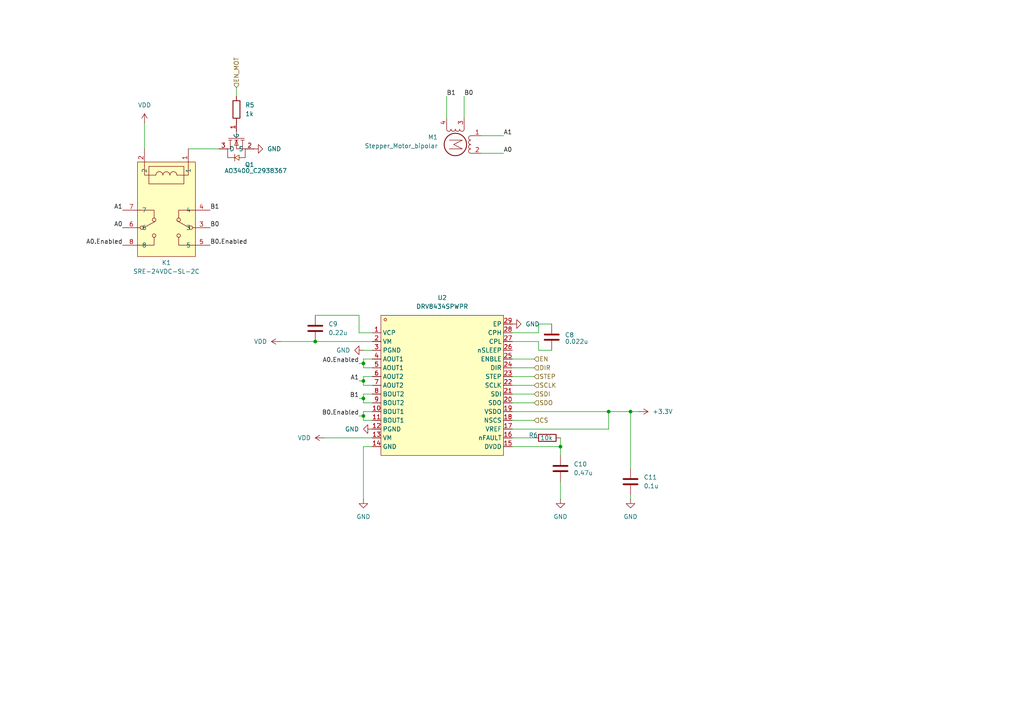
<source format=kicad_sch>
(kicad_sch (version 20231120) (generator "eeschema") (generator_version "8.0")
  (paper "A4")
  (lib_symbols
    (symbol "Device:C" (pin_numbers hide) (pin_names (offset 0.254))
      (property "Reference" "C" (at 0.635 2.54 0))
      (property "Value" "C" (at 0.635 -2.54 0))
      (symbol "C_0_1"
        (polyline (pts (xy -2.032 -0.762) (xy 2.032 -0.762)) (stroke (width 0.508)))
        (polyline (pts (xy -2.032 0.762) (xy 2.032 0.762)) (stroke (width 0.508)))
      )
      (symbol "C_1_1"
        (pin passive line (at 0 3.81 270) (length 2.794) (name "~") (number "1"))
        (pin passive line (at 0 -3.81 90) (length 2.794) (name "~") (number "2"))
      )
    )
    (symbol "Device:R" (pin_numbers hide) (pin_names (offset 0))
      (property "Reference" "R" (at 2.032 0 90))
      (property "Value" "R" (at 0 0 90))
      (symbol "R_0_1"
        (rectangle (start -1.016 -2.54) (end 1.016 2.54) (stroke (width 0.254)))
      )
      (symbol "R_1_1"
        (pin passive line (at 0 3.81 270) (length 1.27) (name "~") (number "1"))
        (pin passive line (at 0 -3.81 90) (length 1.27) (name "~") (number "2"))
      )
    )
    (symbol "Motor:Stepper_Motor_bipolar" (pin_names (offset 0) hide)
      (property "Reference" "M" (at 3.81 2.54 0))
      (property "Value" "Stepper_Motor_bipolar" (at 3.81 1.27 0))
      (symbol "Stepper_Motor_bipolar_0_0"
        (polyline (pts (xy -1.27 -1.778) (xy -1.27 2.032) (xy 0 -0.508) (xy 1.27 2.032) (xy 1.27 -1.778)))
      )
      (symbol "Stepper_Motor_bipolar_0_1"
        (arc (start -4.445 -2.54) (mid -3.8127 -1.905) (end -4.445 -1.27))
        (arc (start -4.445 -1.27) (mid -3.8127 -0.635) (end -4.445 0))
        (arc (start -4.445 0) (mid -3.8127 0.635) (end -4.445 1.27))
        (arc (start -4.445 1.27) (mid -3.8127 1.905) (end -4.445 2.54))
        (arc (start -2.54 4.445) (mid -1.905 3.8127) (end -1.27 4.445))
        (arc (start -1.27 4.445) (mid -0.635 3.8127) (end 0 4.445))
        (polyline (pts (xy -5.08 -2.54) (xy -4.445 -2.54)))
        (polyline (pts (xy -5.08 2.54) (xy -4.445 2.54)))
        (polyline (pts (xy -2.54 5.08) (xy -2.54 4.445)))
        (polyline (pts (xy 2.54 5.08) (xy 2.54 4.445)))
        (circle (center 0 0) (radius 3.2512) (stroke (width 0.254)))
        (arc (start 0 4.445) (mid 0.635 3.8127) (end 1.27 4.445))
        (arc (start 1.27 4.445) (mid 1.905 3.8127) (end 2.54 4.445))
      )
      (symbol "Stepper_Motor_bipolar_1_1"
        (pin passive line (at -2.54 7.62 270) (length 2.54) (name "~") (number "1"))
        (pin passive line (at 2.54 7.62 270) (length 2.54) (name "-") (number "2"))
        (pin passive line (at -7.62 2.54 0) (length 2.54) (name "~") (number "3"))
        (pin passive line (at -7.62 -2.54 0) (length 2.54) (name "~") (number "4"))
      )
    )
    (symbol "PARTS:AO3400_C2938367"
      (property "Reference" "Q" (at 0 10.16 0))
      (property "Value" "AO3400_C2938367" (at 0 -10.16 0))
      (symbol "AO3400_C2938367_0_1"
        (polyline (pts (xy -5.08 0) (xy -3.05 0)))
        (polyline (pts (xy -3.05 2.29) (xy -3.05 -2.29)))
        (polyline (pts (xy -2.54 -2.29) (xy -2.54 -1.27)))
        (polyline (pts (xy -2.54 -0.51) (xy -2.54 0.51)))
        (polyline (pts (xy -2.54 2.29) (xy -2.54 1.27)))
        (polyline (pts (xy 0 -1.78) (xy -2.54 -1.78)))
        (polyline (pts (xy -2.54 0) (xy -1.02 -0.51) (xy -1.02 0.51) (xy -2.54 0)) (fill (type background)))
        (polyline (pts (xy 2.54 0.51) (xy 1.78 -0.76) (xy 3.3 -0.76) (xy 2.54 0.51)) (fill (type background)))
        (polyline (pts (xy 3.56 0.51) (xy 3.05 0.51) (xy 2.03 0.51) (xy 1.52 0.51)))
        (polyline (pts (xy -2.54 0) (xy 0 0) (xy 0 -2.54) (xy 2.54 -2.54) (xy 2.54 -0.76)))
        (polyline (pts (xy -2.54 1.78) (xy 0 1.78) (xy 0 2.54) (xy 2.54 2.54) (xy 2.54 0.51)))
        (pin unspecified line (at -7.62 0 0) (length 2.54) (name "G") (number "1"))
        (pin unspecified line (at 0 -5.08 90) (length 2.54) (name "S") (number "2"))
        (pin unspecified line (at 0 5.08 270) (length 2.54) (name "D") (number "3"))
      )
    )
    (symbol "PARTS:DRV8434SPWPR"
      (property "Reference" "U" (at 0 22.86 0))
      (property "Value" "DRV8434SPWPR" (at 0 -22.86 0))
      (symbol "DRV8434SPWPR_0_1"
        (rectangle (start -17.78 20.32) (end 17.78 -20.32) (fill (type background)))
        (circle (center -16.51 19.05) (radius 0.38))
        (pin unspecified line (at -20.32 15.24 0) (length 2.54) (name "VCP") (number "1"))
        (pin unspecified line (at -20.32 -7.62 0) (length 2.54) (name "BOUT1") (number "10"))
        (pin unspecified line (at -20.32 -10.16 0) (length 2.54) (name "BOUT1") (number "11"))
        (pin unspecified line (at -20.32 -12.7 0) (length 2.54) (name "PGND") (number "12"))
        (pin unspecified line (at -20.32 -15.24 0) (length 2.54) (name "VM") (number "13"))
        (pin unspecified line (at -20.32 -17.78 0) (length 2.54) (name "GND") (number "14"))
        (pin unspecified line (at 20.32 -17.78 180) (length 2.54) (name "DVDD") (number "15"))
        (pin unspecified line (at 20.32 -15.24 180) (length 2.54) (name "nFAULT") (number "16"))
        (pin unspecified line (at 20.32 -12.7 180) (length 2.54) (name "VREF") (number "17"))
        (pin unspecified line (at 20.32 -10.16 180) (length 2.54) (name "NSCS") (number "18"))
        (pin unspecified line (at 20.32 -7.62 180) (length 2.54) (name "VSDO") (number "19"))
        (pin unspecified line (at -20.32 12.7 0) (length 2.54) (name "VM") (number "2"))
        (pin unspecified line (at 20.32 -5.08 180) (length 2.54) (name "SDO") (number "20"))
        (pin unspecified line (at 20.32 -2.54 180) (length 2.54) (name "SDI") (number "21"))
        (pin unspecified line (at 20.32 0 180) (length 2.54) (name "SCLK") (number "22"))
        (pin unspecified line (at 20.32 2.54 180) (length 2.54) (name "STEP") (number "23"))
        (pin unspecified line (at 20.32 5.08 180) (length 2.54) (name "DIR") (number "24"))
        (pin unspecified line (at 20.32 7.62 180) (length 2.54) (name "ENBLE") (number "25"))
        (pin unspecified line (at 20.32 10.16 180) (length 2.54) (name "nSLEEP") (number "26"))
        (pin unspecified line (at 20.32 12.7 180) (length 2.54) (name "CPL") (number "27"))
        (pin unspecified line (at 20.32 15.24 180) (length 2.54) (name "CPH") (number "28"))
        (pin unspecified line (at 20.32 17.78 180) (length 2.54) (name "EP") (number "29"))
        (pin unspecified line (at -20.32 10.16 0) (length 2.54) (name "PGND") (number "3"))
        (pin unspecified line (at -20.32 7.62 0) (length 2.54) (name "AOUT1") (number "4"))
        (pin unspecified line (at -20.32 5.08 0) (length 2.54) (name "AOUT1") (number "5"))
        (pin unspecified line (at -20.32 2.54 0) (length 2.54) (name "AOUT2") (number "6"))
        (pin unspecified line (at -20.32 0 0) (length 2.54) (name "AOUT2") (number "7"))
        (pin unspecified line (at -20.32 -2.54 0) (length 2.54) (name "BOUT2") (number "8"))
        (pin unspecified line (at -20.32 -5.08 0) (length 2.54) (name "BOUT2") (number "9"))
      )
    )
    (symbol "PARTS:SRE-24VDC-SL-2C"
      (property "Reference" "K" (at 0 17.78 0))
      (property "Value" "SRE-24VDC-SL-2C" (at 0 -17.78 0))
      (symbol "SRE-24VDC-SL-2C_0_1"
        (rectangle (start -11.43 8.38) (end 16 -8.38) (fill (type background)))
        (rectangle (start -10.16 5.08) (end -5.08 -5.08) (fill (type background)))
        (arc (start -7.62 -1.02) (mid -8.6257 -2.035) (end -7.62 -3.05))
        (arc (start -7.62 1.02) (mid -8.6021 0) (end -7.62 -1.02))
        (arc (start -7.62 3.05) (mid -8.6257 2.035) (end -7.62 1.02))
        (polyline (pts (xy 5.59 3.05) (xy 7.62 6.6)))
        (polyline (pts (xy 5.84 -3.3) (xy 7.62 -6.6)))
        (polyline (pts (xy -7.62 -3.05) (xy -7.62 -6.35) (xy -10.16 -6.35)))
        (polyline (pts (xy -7.62 3.05) (xy -7.62 6.35) (xy -10.16 6.35)))
        (polyline (pts (xy 4.83 -3.56) (xy 2.54 -3.56) (xy 2.54 -7.87)))
        (polyline (pts (xy 4.83 3.56) (xy 2.54 3.56) (xy 2.54 7.62)))
        (polyline (pts (xy 10.41 -3.56) (xy 12.7 -3.56) (xy 12.7 -8.13)))
        (polyline (pts (xy 10.41 3.56) (xy 12.7 3.56) (xy 12.7 7.62)))
        (circle (center 5.33 -3.56) (radius 0.51))
        (circle (center 5.33 3.56) (radius 0.51))
        (circle (center 7.62 -7.11) (radius 0.51))
        (circle (center 7.62 7.11) (radius 0.51))
        (circle (center 9.91 -3.56) (radius 0.51))
        (circle (center 9.91 3.56) (radius 0.51))
        (pin unspecified line (at -15.24 6.35 0) (length 5.08) (name "1") (number "1"))
        (pin unspecified line (at -15.24 -6.35 0) (length 5.08) (name "2") (number "2"))
        (pin unspecified line (at 7.62 12.7 270) (length 5.08) (name "3") (number "3"))
        (pin unspecified line (at 2.54 12.7 270) (length 5.08) (name "4") (number "4"))
        (pin unspecified line (at 12.7 12.7 270) (length 5.08) (name "5") (number "5"))
        (pin unspecified line (at 7.62 -12.7 90) (length 5.08) (name "6") (number "6"))
        (pin unspecified line (at 2.54 -12.7 90) (length 5.08) (name "7") (number "7"))
        (pin unspecified line (at 12.7 -12.7 90) (length 5.08) (name "8") (number "8"))
      )
    )
    (symbol "power:+3.3V" (power) (pin_numbers hide) (pin_names (offset 0) hide)
      (property "Value" "+3.3V" (at 0 3.556 0))
      (symbol "+3.3V_0_1"
        (polyline (pts (xy -0.762 1.27) (xy 0 2.54)))
        (polyline (pts (xy 0 0) (xy 0 2.54)))
        (polyline (pts (xy 0 2.54) (xy 0.762 1.27)))
      )
      (symbol "+3.3V_1_1"
        (pin power_in line (at 0 0 90) (length 0) (name "~") (number "1"))
      )
    )
    (symbol "power:GND" (power) (pin_numbers hide) (pin_names (offset 0) hide)
      (property "Value" "GND" (at 0 -3.81 0))
      (symbol "GND_0_1"
        (polyline (pts (xy 0 0) (xy 0 -1.27) (xy 1.27 -1.27) (xy 0 -2.54) (xy -1.27 -1.27) (xy 0 -1.27)))
      )
      (symbol "GND_1_1"
        (pin power_in line (at 0 0 270) (length 0) (name "~") (number "1"))
      )
    )
    (symbol "power:VDD" (power) (pin_numbers hide) (pin_names (offset 0) hide)
      (property "Value" "VDD" (at 0 3.556 0))
      (symbol "VDD_0_1"
        (polyline (pts (xy -0.762 1.27) (xy 0 2.54)))
        (polyline (pts (xy 0 0) (xy 0 2.54)))
        (polyline (pts (xy 0 2.54) (xy 0.762 1.27)))
      )
      (symbol "VDD_1_1"
        (pin power_in line (at 0 0 90) (length 0) (name "~") (number "1"))
      )
    )
  )
  (junction (at 105.41 110.49))
  (junction (at 182.88 119.38))
  (junction (at 105.41 120.65))
  (junction (at 162.56 129.54))
  (junction (at 105.41 105.41))
  (junction (at 176.53 119.38))
  (junction (at 91.44 99.06))
  (junction (at 105.41 115.57))
  (wire (pts (xy 105.41 110.49) (xy 105.41 109.22)))
  (wire (pts (xy 160.02 93.98) (xy 156.21 93.98)))
  (wire (pts (xy 105.41 115.57) (xy 105.41 114.3)))
  (wire (pts (xy 104.14 96.52) (xy 104.14 91.44)))
  (wire (pts (xy 91.44 99.06) (xy 107.95 99.06)))
  (wire (pts (xy 105.41 111.76) (xy 105.41 110.49)))
  (wire (pts (xy 107.95 111.76) (xy 105.41 111.76)))
  (wire (pts (xy 81.28 99.06) (xy 91.44 99.06)))
  (wire (pts (xy 107.95 119.38) (xy 105.41 119.38)))
  (wire (pts (xy 154.94 116.84) (xy 148.59 116.84)))
  (wire (pts (xy 148.59 96.52) (xy 156.21 96.52)))
  (wire (pts (xy 154.94 111.76) (xy 148.59 111.76)))
  (wire (pts (xy 104.14 105.41) (xy 105.41 105.41)))
  (wire (pts (xy 176.53 119.38) (xy 176.53 124.46)))
  (wire (pts (xy 154.94 114.3) (xy 148.59 114.3)))
  (wire (pts (xy 162.56 132.08) (xy 162.56 129.54)))
  (wire (pts (xy 104.14 96.52) (xy 107.95 96.52)))
  (wire (pts (xy 156.21 99.06) (xy 156.21 101.6)))
  (wire (pts (xy 105.41 121.92) (xy 107.95 121.92)))
  (wire (pts (xy 105.41 144.78) (xy 105.41 129.54)))
  (wire (pts (xy 104.14 115.57) (xy 105.41 115.57)))
  (wire (pts (xy 146.05 39.37) (xy 139.7 39.37)))
  (wire (pts (xy 176.53 119.38) (xy 148.59 119.38)))
  (wire (pts (xy 105.41 106.68) (xy 105.41 105.41)))
  (wire (pts (xy 154.94 127) (xy 148.59 127)))
  (wire (pts (xy 146.05 44.45) (xy 139.7 44.45)))
  (wire (pts (xy 63.5 43.18) (xy 54.61 43.18)))
  (wire (pts (xy 154.94 109.22) (xy 148.59 109.22)))
  (wire (pts (xy 93.98 127) (xy 107.95 127)))
  (wire (pts (xy 104.14 120.65) (xy 105.41 120.65)))
  (wire (pts (xy 105.41 104.14) (xy 107.95 104.14)))
  (wire (pts (xy 154.94 121.92) (xy 148.59 121.92)))
  (wire (pts (xy 105.41 101.6) (xy 107.95 101.6)))
  (wire (pts (xy 105.41 116.84) (xy 105.41 115.57)))
  (wire (pts (xy 182.88 135.89) (xy 182.88 119.38)))
  (wire (pts (xy 148.59 99.06) (xy 156.21 99.06)))
  (wire (pts (xy 104.14 110.49) (xy 105.41 110.49)))
  (wire (pts (xy 107.95 106.68) (xy 105.41 106.68)))
  (wire (pts (xy 134.62 27.94) (xy 134.62 34.29)))
  (wire (pts (xy 105.41 105.41) (xy 105.41 104.14)))
  (wire (pts (xy 41.91 35.56) (xy 41.91 43.18)))
  (wire (pts (xy 91.44 91.44) (xy 104.14 91.44)))
  (wire (pts (xy 154.94 106.68) (xy 148.59 106.68)))
  (wire (pts (xy 105.41 114.3) (xy 107.95 114.3)))
  (wire (pts (xy 68.58 25.4) (xy 68.58 27.94)))
  (wire (pts (xy 182.88 144.78) (xy 182.88 143.51)))
  (wire (pts (xy 185.42 119.38) (xy 182.88 119.38)))
  (wire (pts (xy 105.41 109.22) (xy 107.95 109.22)))
  (wire (pts (xy 148.59 124.46) (xy 176.53 124.46)))
  (wire (pts (xy 162.56 129.54) (xy 162.56 127)))
  (wire (pts (xy 107.95 116.84) (xy 105.41 116.84)))
  (wire (pts (xy 182.88 119.38) (xy 176.53 119.38)))
  (wire (pts (xy 148.59 129.54) (xy 162.56 129.54)))
  (wire (pts (xy 105.41 119.38) (xy 105.41 120.65)))
  (wire (pts (xy 162.56 144.78) (xy 162.56 139.7)))
  (wire (pts (xy 105.41 129.54) (xy 107.95 129.54)))
  (wire (pts (xy 156.21 101.6) (xy 160.02 101.6)))
  (wire (pts (xy 105.41 120.65) (xy 105.41 121.92)))
  (wire (pts (xy 154.94 104.14) (xy 148.59 104.14)))
  (wire (pts (xy 156.21 93.98) (xy 156.21 96.52)))
  (wire (pts (xy 129.54 27.94) (xy 129.54 34.29)))
  (label "B1" (at 60.96 60.96 0))
  (label "B0" (at 60.96 66.04 0))
  (label "A1" (at 146.05 39.37 0))
  (label "B1" (at 129.54 27.94 0))
  (label "B0.Enabled" (at 104.14 120.65 180))
  (label "B0.Enabled" (at 60.96 71.12 0))
  (label "A1" (at 104.14 110.49 180))
  (label "A0" (at 146.05 44.45 0))
  (label "B0" (at 134.62 27.94 0))
  (label "A0.Enabled" (at 104.14 105.41 180))
  (label "A0" (at 35.56 66.04 180))
  (label "A1" (at 35.56 60.96 180))
  (label "B1" (at 104.14 115.57 180))
  (label "A0.Enabled" (at 35.56 71.12 180))
  (hierarchical_label "SCLK" (shape input) (at 154.94 111.76 0))
  (hierarchical_label "EN_MOT" (shape input) (at 68.58 25.4 90))
  (hierarchical_label "SDO" (shape input) (at 154.94 116.84 0))
  (hierarchical_label "DIR" (shape input) (at 154.94 106.68 0))
  (hierarchical_label "STEP" (shape input) (at 154.94 109.22 0))
  (hierarchical_label "SDI" (shape input) (at 154.94 114.3 0))
  (hierarchical_label "EN" (shape input) (at 154.94 104.14 0))
  (hierarchical_label "CS" (shape input) (at 154.94 121.92 0))
  (symbol (lib_id "power:GND") (at 182.88 144.78 0) (unit 1)
    (property "Reference" "#PWR023" (effects (hide yes)))
    (property "Value" "GND" (at 182.88 149.86 0))
    (property "Description" "Power symbol creates a global label with name \"GND\" , ground" (effects (hide yes)))
  )
  (symbol (lib_id "Device:C") (at 182.88 139.7 180) (unit 1)
    (property "Reference" "C11" (at 186.69 138.4299 0) (effects (justify right)))
    (property "Value" "0.1u" (at 186.69 140.9699 0) (effects (justify right)))
    (property "Footprint" "Capacitor_SMD:C_0805_2012Metric_Pad1.18x1.45mm_HandSolder" (effects (hide yes)))
  )
  (symbol (lib_id "Motor:Stepper_Motor_bipolar") (at 132.08 41.91 270) (unit 1)
    (property "Reference" "M1" (at 127 39.789 90) (effects (justify right)))
    (property "Value" "Stepper_Motor_bipolar" (at 127 42.329 90) (effects (justify right)))
    (property "Footprint" "PARTS:CONN-TH_DB125-2.54-4P-GN" (effects (hide yes)))
    (property "Datasheet" "http://www.infineon.com/dgdl/Application-Note-TLE8110EE_driving_UniPolarStepperMotor_V1.1.pdf?fileId=db3a30431be39b97011be5d0aa0a00b0" (effects (hide yes)))
    (property "Description" "4-wire bipolar stepper motor" (effects (hide yes)))
  )
  (symbol (lib_id "power:VDD") (at 81.28 99.06 90) (unit 1)
    (property "Reference" "#PWR015" (effects (hide yes)))
    (property "Value" "VDD" (at 77.47 99.0599 90) (effects (justify left)))
    (property "Description" "Power symbol creates a global label with name \"VDD\"" (effects (hide yes)))
  )
  (symbol (lib_id "power:GND") (at 105.41 101.6 270) (unit 1)
    (property "Reference" "#PWR018" (effects (hide yes)))
    (property "Value" "GND" (at 101.6 101.5999 90) (effects (justify right)))
    (property "Description" "Power symbol creates a global label with name \"GND\" , ground" (effects (hide yes)))
  )
  (symbol (lib_id "power:VDD") (at 41.91 35.56 0) (unit 1)
    (property "Reference" "#PWR013" (effects (hide yes)))
    (property "Value" "VDD" (at 41.91 30.48 0))
    (property "Description" "Power symbol creates a global label with name \"VDD\"" (effects (hide yes)))
  )
  (symbol (lib_id "Device:R") (at 158.75 127 90) (unit 1)
    (property "Reference" "R6" (at 154.686 126.238 90))
    (property "Value" "10k" (at 158.496 127 90))
    (property "Footprint" "Resistor_SMD:R_0805_2012Metric_Pad1.20x1.40mm_HandSolder" (effects (hide yes)))
  )
  (symbol (lib_id "power:+3.3V") (at 185.42 119.38 270) (unit 1)
    (property "Reference" "#PWR020" (effects (hide yes)))
    (property "Value" "+3.3V" (at 189.23 119.3799 90) (effects (justify left)))
    (property "Description" "Power symbol creates a global label with name \"+3.3V\"" (effects (hide yes)))
  )
  (symbol (lib_id "PARTS:AO3400_C2938367") (at 68.58 43.18 90) (mirror x) (unit 1)
    (property "Reference" "Q1" (at 72.39 47.752 90))
    (property "Value" "AO3400_C2938367" (at 74.168 49.53 90))
    (property "Footprint" "PARTS:SOT-23_L2.9-W1.3-P1.90-LS2.4-BR" (effects (hide yes)))
    (property "LCSC Part" "C2938367" (effects (hide yes)))
  )
  (symbol (lib_id "power:GND") (at 105.41 144.78 0) (unit 1)
    (property "Reference" "#PWR017" (effects (hide yes)))
    (property "Value" "GND" (at 105.41 149.86 0))
    (property "Description" "Power symbol creates a global label with name \"GND\" , ground" (effects (hide yes)))
  )
  (symbol (lib_id "power:VDD") (at 93.98 127 90) (unit 1)
    (property "Reference" "#PWR016" (effects (hide yes)))
    (property "Value" "VDD" (at 90.17 126.9999 90) (effects (justify left)))
    (property "Description" "Power symbol creates a global label with name \"VDD\"" (effects (hide yes)))
  )
  (symbol (lib_id "power:GND") (at 73.66 43.18 90) (unit 1)
    (property "Reference" "#PWR014" (effects (hide yes)))
    (property "Value" "GND" (at 77.47 43.1799 90) (effects (justify right)))
    (property "Description" "Power symbol creates a global label with name \"GND\" , ground" (effects (hide yes)))
  )
  (symbol (lib_id "PARTS:DRV8434SPWPR") (at 128.27 111.76 0) (unit 1)
    (property "Reference" "U2" (at 128.27 86.36 0))
    (property "Value" "DRV8434SPWPR" (at 128.27 88.9 0))
    (property "Footprint" "PARTS:HTSSOP-28_L9.7-W4.4-P0.65-LS6.4-BL-EP-5" (effects (hide yes)))
    (property "LCSC Part" "C3681202" (effects (hide yes)))
  )
  (symbol (lib_id "power:GND") (at 148.59 93.98 90) (unit 1)
    (property "Reference" "#PWR024" (effects (hide yes)))
    (property "Value" "GND" (at 152.4 93.9799 90) (effects (justify right)))
    (property "Description" "Power symbol creates a global label with name \"GND\" , ground" (effects (hide yes)))
  )
  (symbol (lib_id "Device:C") (at 160.02 97.79 180) (unit 1)
    (property "Reference" "C8" (at 163.83 97.1549 0) (effects (justify right)))
    (property "Value" "0.022u" (at 163.83 99.06 0) (effects (justify right)))
    (property "Footprint" "Capacitor_SMD:C_0805_2012Metric_Pad1.18x1.45mm_HandSolder" (effects (hide yes)))
  )
  (symbol (lib_id "PARTS:SRE-24VDC-SL-2C") (at 48.26 58.42 270) (unit 1)
    (property "Reference" "K1" (at 48.26 76.2 90))
    (property "Value" "SRE-24VDC-SL-2C" (at 48.26 78.74 90))
    (property "Footprint" "PARTS:RELAY-TH_SRE-12VDC-SL-2C" (effects (hide yes)))
    (property "Datasheet" "https://lcsc.com/product-detail/Relays_SRE-24VDC-SL-2C_C72799.html" (effects (hide yes)))
    (property "LCSC Part" "C72799" (effects (hide yes)))
  )
  (symbol (lib_id "power:GND") (at 162.56 144.78 0) (unit 1)
    (property "Reference" "#PWR019" (effects (hide yes)))
    (property "Value" "GND" (at 162.56 149.86 0))
    (property "Description" "Power symbol creates a global label with name \"GND\" , ground" (effects (hide yes)))
  )
  (symbol (lib_id "power:GND") (at 107.95 124.46 270) (unit 1)
    (property "Reference" "#PWR022" (effects (hide yes)))
    (property "Value" "GND" (at 104.14 124.4599 90) (effects (justify right)))
    (property "Description" "Power symbol creates a global label with name \"GND\" , ground" (effects (hide yes)))
  )
  (symbol (lib_id "Device:C") (at 91.44 95.25 180) (unit 1)
    (property "Reference" "C9" (at 95.25 93.9799 0) (effects (justify right)))
    (property "Value" "0.22u" (at 95.25 96.5199 0) (effects (justify right)))
    (property "Footprint" "Capacitor_SMD:C_0805_2012Metric_Pad1.18x1.45mm_HandSolder" (effects (hide yes)))
  )
  (symbol (lib_id "Device:R") (at 68.58 31.75 0) (unit 1)
    (property "Reference" "R5" (at 71.12 30.48 0) (effects (justify left)))
    (property "Value" "1k" (at 71.12 33.02 0) (effects (justify left)))
    (property "Footprint" "Resistor_SMD:R_0805_2012Metric_Pad1.20x1.40mm_HandSolder" (effects (hide yes)))
  )
  (symbol (lib_id "Device:C") (at 162.56 135.89 180) (unit 1)
    (property "Reference" "C10" (at 166.37 134.6199 0) (effects (justify right)))
    (property "Value" "0.47u" (at 166.37 137.1599 0) (effects (justify right)))
    (property "Footprint" "Capacitor_SMD:C_0805_2012Metric_Pad1.18x1.45mm_HandSolder" (effects (hide yes)))
  )
)
</source>
